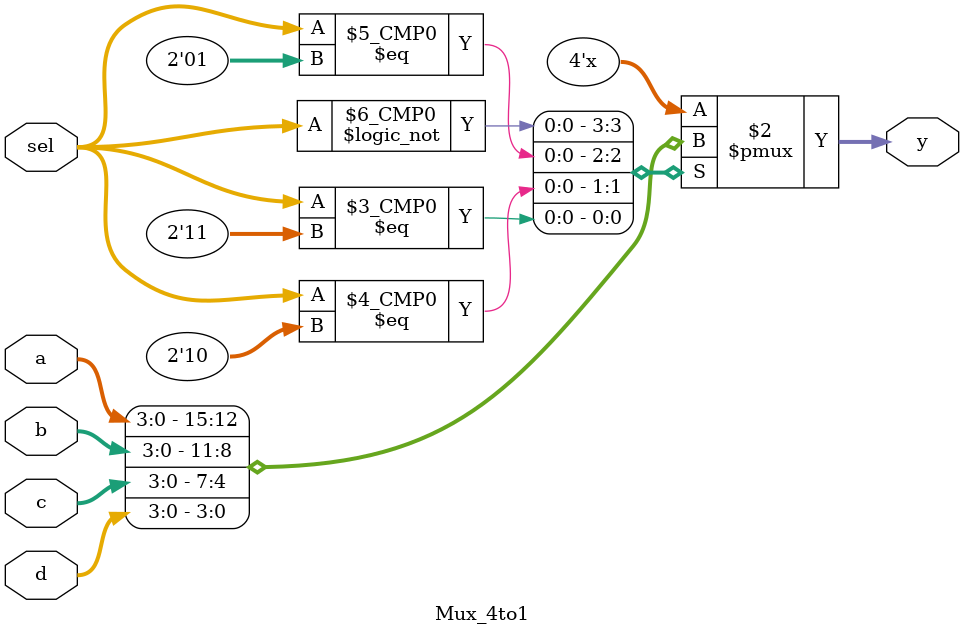
<source format=v>
module Mux_4to1(
    input [3:0] a,
    input [3:0] b,
    input [3:0] c,
    input [3:0] d,
    input [1:0] sel,
    output reg [3:0] y
    );
    
    always@(sel or a or b or c or d) begin
    case(sel)
        2'b00:y=a;
        2'b01:y=b;
        2'b10:y=c;
        2'b11:y=d;
     endcase
     end 
endmodule

</source>
